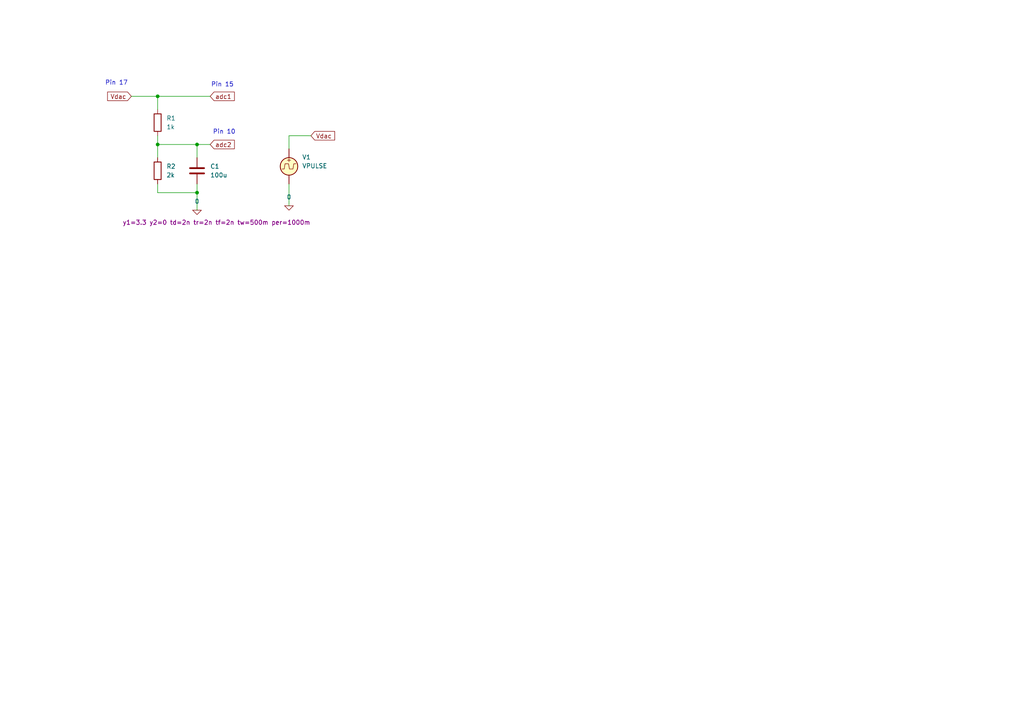
<source format=kicad_sch>
(kicad_sch (version 20231120) (generator "eeschema") (generator_version "8.0")
  (paper "A4")
  (title_block (title "Tiny PCB Circuit") (date "2024-12-30") (company "UIndy Physics/RB Annis School of Engineering") (comment 1 "External Circuit for Intro Projects"))
  (lib_symbols
    (symbol "Device:C" (pin_numbers hide) (pin_names (offset 0.254))
      (property "Reference" "C" (at 0.635 2.54 0))
      (property "Value" "C" (at 0.635 -2.54 0))
      (symbol "C_0_1"
        (polyline (pts (xy -2.032 -0.762) (xy 2.032 -0.762)) (stroke (width 0.508)))
        (polyline (pts (xy -2.032 0.762) (xy 2.032 0.762)) (stroke (width 0.508)))
      )
      (symbol "C_1_1"
        (pin passive line (at 0 3.81 270) (length 2.794) (name "~") (number "1"))
        (pin passive line (at 0 -3.81 90) (length 2.794) (name "~") (number "2"))
      )
    )
    (symbol "Device:R" (pin_numbers hide) (pin_names (offset 0))
      (property "Reference" "R" (at 2.032 0 90))
      (property "Value" "R" (at 0 0 90))
      (symbol "R_0_1"
        (rectangle (start -1.016 -2.54) (end 1.016 2.54) (stroke (width 0.254)))
      )
      (symbol "R_1_1"
        (pin passive line (at 0 3.81 270) (length 1.27) (name "~") (number "1"))
        (pin passive line (at 0 -3.81 90) (length 1.27) (name "~") (number "2"))
      )
    )
    (symbol "Simulation_SPICE:0" (power) (pin_numbers hide) (pin_names (offset 0) hide)
      (property "Value" "0" (at 0 -2.54 0))
      (symbol "0_0_1"
        (polyline (pts (xy -1.27 0) (xy 0 -1.27) (xy 1.27 0) (xy -1.27 0)))
      )
      (symbol "0_1_1"
        (pin power_in line (at 0 0 0) (length 0) (name "~") (number "1"))
      )
    )
    (symbol "Simulation_SPICE:VPULSE" (pin_numbers hide) (pin_names (offset 0.0254))
      (property "Reference" "V" (at 2.54 2.54 0))
      (property "Value" "VPULSE" (at 2.54 0 0))
      (property "Sim.Params" "y1=0 y2=1 td=2n tr=2n tf=2n tw=50n per=100n" (at 2.54 -2.54 0))
      (symbol "VPULSE_0_0"
        (polyline (pts (xy -2.032 -0.762) (xy -1.397 -0.762) (xy -1.143 0.762) (xy -0.127 0.762) (xy 0.127 -0.762) (xy 1.143 -0.762) (xy 1.397 0.762) (xy 2.032 0.762)))
        (text "+" (at 0 1.905 0) (effects (font (size 1.27 1.27))))
      )
      (symbol "VPULSE_0_1"
        (circle (center 0 0) (radius 2.54) (stroke (width 0.254)) (fill (type background)))
      )
      (symbol "VPULSE_1_1"
        (pin passive line (at 0 5.08 270) (length 2.54) (name "~") (number "1"))
        (pin passive line (at 0 -5.08 90) (length 2.54) (name "~") (number "2"))
      )
    )
  )
  (junction (at 45.72 27.94))
  (junction (at 57.15 55.88))
  (junction (at 45.72 41.91))
  (junction (at 57.15 41.91))
  (wire (pts (xy 83.82 39.37) (xy 83.82 43.18)))
  (wire (pts (xy 45.72 41.91) (xy 45.72 45.72)))
  (wire (pts (xy 57.15 53.34) (xy 57.15 55.88)))
  (wire (pts (xy 45.72 55.88) (xy 57.15 55.88)))
  (wire (pts (xy 57.15 41.91) (xy 60.96 41.91)))
  (wire (pts (xy 83.82 53.34) (xy 83.82 59.69)))
  (wire (pts (xy 45.72 27.94) (xy 60.96 27.94)))
  (wire (pts (xy 90.17 39.37) (xy 83.82 39.37)))
  (wire (pts (xy 38.1 27.94) (xy 45.72 27.94)))
  (wire (pts (xy 45.72 41.91) (xy 57.15 41.91)))
  (wire (pts (xy 45.72 53.34) (xy 45.72 55.88)))
  (wire (pts (xy 57.15 41.91) (xy 57.15 45.72)))
  (wire (pts (xy 45.72 39.37) (xy 45.72 41.91)))
  (wire (pts (xy 57.15 55.88) (xy 57.15 60.96)))
  (wire (pts (xy 45.72 27.94) (xy 45.72 31.75)))
  (text "Pin 17\n" (at 33.782 24.13 0) (effects (font (size 1.27 1.27))))
  (text "Pin 15" (at 64.516 24.638 0) (effects (font (size 1.27 1.27))))
  (text "Pin 10" (at 65.024 38.354 0) (effects (font (size 1.27 1.27))))
  (global_label "adc2" (shape input) (at 60.96 41.91 0) (property "Intersheetrefs" "${INTERSHEET_REFS}" (effects (hide yes))))
  (global_label "Vdac" (shape input) (at 38.1 27.94 180) (property "Intersheetrefs" "${INTERSHEET_REFS}" (effects (hide yes))))
  (global_label "Vdac" (shape input) (at 90.17 39.37 0) (property "Intersheetrefs" "${INTERSHEET_REFS}" (effects (hide yes))))
  (global_label "adc1" (shape input) (at 60.96 27.94 0) (property "Intersheetrefs" "${INTERSHEET_REFS}" (effects (hide yes))))
  (symbol (lib_id "Device:C") (at 57.15 49.53 0) (unit 1)
    (property "Reference" "C1" (at 60.96 48.2599 0) (effects (justify left)))
    (property "Value" "100u" (at 60.96 50.7999 0) (effects (justify left)))
    (property "Description" "Unpolarized capacitor" (effects (hide yes)))
  )
  (symbol (lib_id "Device:R") (at 45.72 35.56 0) (unit 1)
    (property "Reference" "R1" (at 48.26 34.2899 0) (effects (justify left)))
    (property "Value" "1k" (at 48.26 36.8299 0) (effects (justify left)))
    (property "Description" "Resistor" (effects (hide yes)))
  )
  (symbol (lib_id "Simulation_SPICE:0") (at 83.82 59.69 0) (unit 1)
    (property "Reference" "#GND02" (effects (hide yes)))
    (property "Value" "0" (at 83.82 57.15 0))
    (property "Datasheet" "https://ngspice.sourceforge.io/docs/ngspice-html-manual/manual.xhtml#subsec_Circuit_elements__device" (effects (hide yes)))
    (property "Description" "0V reference potential for simulation" (effects (hide yes)))
  )
  (symbol (lib_id "Simulation_SPICE:0") (at 57.15 60.96 0) (unit 1)
    (property "Reference" "#GND01" (effects (hide yes)))
    (property "Value" "0" (at 57.15 58.42 0))
    (property "Datasheet" "https://ngspice.sourceforge.io/docs/ngspice-html-manual/manual.xhtml#subsec_Circuit_elements__device" (effects (hide yes)))
    (property "Description" "0V reference potential for simulation" (effects (hide yes)))
  )
  (symbol (lib_id "Simulation_SPICE:VPULSE") (at 83.82 48.26 0) (unit 1)
    (property "Reference" "V1" (at 87.63 45.5901 0) (effects (justify left)))
    (property "Value" "VPULSE" (at 87.63 48.1301 0) (effects (justify left)))
    (property "Datasheet" "https://ngspice.sourceforge.io/docs/ngspice-html-manual/manual.xhtml#sec_Independent_Sources_for" (effects (hide yes)))
    (property "Description" "Voltage source, pulse" (effects (hide yes)))
    (property "Sim.Pins" "1=+ 2=-" (effects (hide yes)))
    (property "Sim.Type" "PULSE" (effects (hide yes)))
    (property "Sim.Device" "V" (effects (hide yes)))
    (property "Sim.Params" "y1=3.3 y2=0 td=2n tr=2n tf=2n tw=500m per=1000m" (at 35.56 64.516 0) (effects (justify left)))
  )
  (symbol (lib_id "Device:R") (at 45.72 49.53 0) (unit 1)
    (property "Reference" "R2" (at 48.26 48.2599 0) (effects (justify left)))
    (property "Value" "2k" (at 48.26 50.7999 0) (effects (justify left)))
    (property "Description" "Resistor" (effects (hide yes)))
  )
)
</source>
